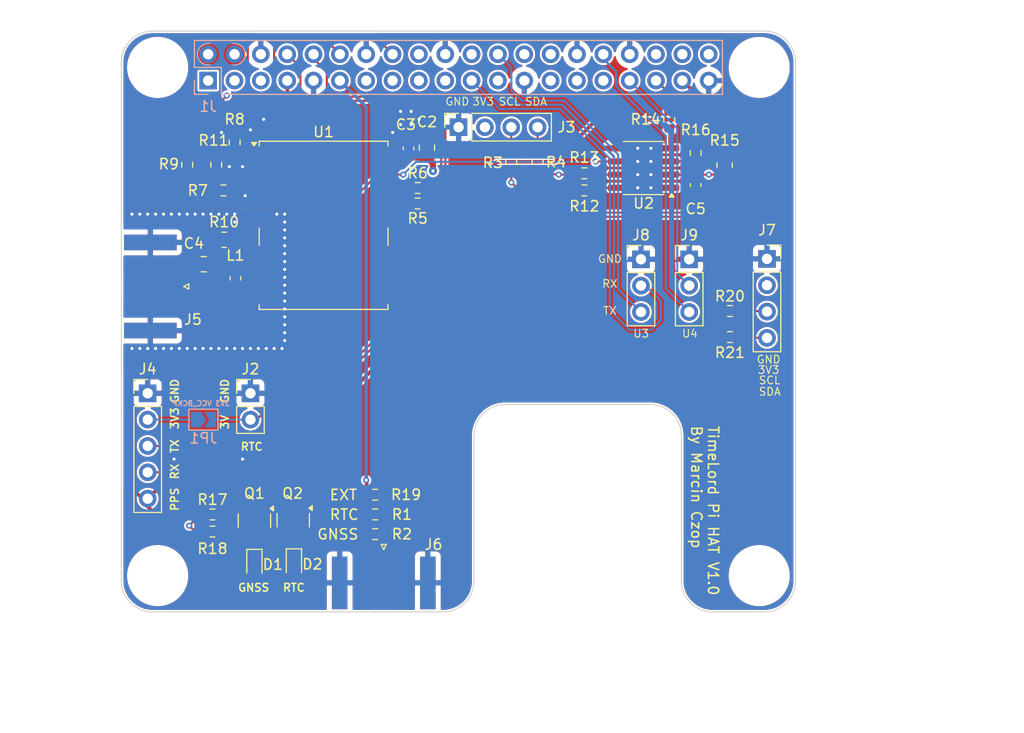
<source format=kicad_pcb>
(kicad_pcb (version 20241229) (generator "pcbnew") (generator_version "9.0")
  (title_block (date "15 nov 2012"))
  (layers (0 "F.Cu" signal) (4 "In1.Cu" signal) (6 "In2.Cu" signal) (2 "B.Cu" signal) (13 "F.Paste" user) (15 "B.Paste" user) (5 "F.SilkS" user "F.Silkscreen") (7 "B.SilkS" user "B.Silkscreen") (1 "F.Mask" user) (3 "B.Mask" user) (25 "Edge.Cuts" user))
  (net 0 "")
  (net 1 "GND")
  (net 2 "/GPIO27")
  (net 3 "/GPIO22")
  (net 4 "UART3_TX")
  (net 5 "UART4_RX")
  (net 6 "/GPIO25")
  (net 7 "UART0_RX")
  (net 8 "UART0_TX")
  (net 9 "/GPIO7")
  (net 10 "/ID_SDA")
  (net 11 "/ID_SCL")
  (net 12 "/GPIO5")
  (net 13 "/GPIO6")
  (net 14 "UART3_RX")
  (net 15 "UART4_TX")
  (net 16 "/GPIO16")
  (net 17 "/GPIO20{slash}PCM.DIN")
  (net 18 "/GPIO21{slash}PCM.DOUT")
  (net 19 "+5V")
  (net 20 "/GPIO10")
  (net 21 "+3.3V")
  (net 22 "/GPIO11")
  (net 23 "SCL")
  (net 24 "SDA")
  (net 25 "PPS")
  (net 26 "VCC_BCKP")
  (net 27 "RESET")
  (net 28 "SAFEBOOT")
  (net 29 "EXTINT")
  (net 30 "PPS_RTC")
  (net 31 "RTC_RESET")
  (net 32 "Net-(D1-K)")
  (net 33 "Net-(D2-K)")
  (net 34 "Net-(C4-Pad1)")
  (net 35 "Net-(J3-Pin_3)")
  (net 36 "Net-(J3-Pin_4)")
  (net 37 "RF")
  (net 38 "Net-(U1-TXD)")
  (net 39 "Net-(U1-RXD)")
  (net 40 "Net-(U1-EXTINT)")
  (net 41 "Net-(U1-SAFEBOOT_N)")
  (net 42 "Net-(U1-~{RESET})")
  (net 43 "Net-(U1-VCC_RF)")
  (net 44 "Net-(U1-TIMEPULSE)")
  (net 45 "Net-(U2-SCL)")
  (net 46 "Net-(U2-SDA)")
  (net 47 "Net-(U2-~{RST})")
  (net 48 "Net-(U2-~{INT}{slash}SQW)")
  (net 55 "Net-(D1-A)")
  (net 56 "Net-(D2-A)")
  (net 62 "Net-(J6-In)")
  (net 63 "PPS_EXT")
  (net 64 "Net-(J7-Pin_4)")
  (net 65 "Net-(J7-Pin_3)")
  (footprint "Connector_PinSocket_2.54mm:PinSocket_1x04_P2.54mm_Vertical" (layer "F.Cu") (at 132.512 53.264 90)
    (property "Reference" "J3")
    (property "Value" "OLED")
  )
  (footprint "Connector_PinHeader_2.54mm:PinHeader_1x03_P2.54mm_Vertical" (layer "F.Cu") (at 154.75 66)
    (property "Reference" "J9")
    (property "Value" "UART4")
  )
  (footprint "MountingHole:MountingHole_2.7mm_M2.5" (layer "F.Cu") (at 161.5 47.5)
    (property "Reference" "MH2" (hide yes))
    (property "Value" "MountingHole_2.7mm_M2.5" (hide yes))
  )
  (footprint "Resistor_SMD:R_0603_1608Metric" (layer "F.Cu") (at 108.7865 92.253)
    (property "Reference" "R18")
    (property "Value" "470")
  )
  (footprint "Resistor_SMD:R_0603_1608Metric" (layer "F.Cu") (at 140.132 56.629 -90)
    (property "Reference" "R4")
    (property "Value" "33")
  )
  (footprint "Resistor_SMD:R_0603_1608Metric" (layer "F.Cu") (at 158.675 73.5 180)
    (property "Reference" "R21")
    (property "Value" "33")
  )
  (footprint "Resistor_SMD:R_0603_1608Metric" (layer "F.Cu") (at 155.372 55.741 -90)
    (property "Reference" "R16")
    (property "Value" "33")
  )
  (footprint "Resistor_SMD:R_0603_1608Metric" (layer "F.Cu") (at 108.7865 90.602)
    (property "Reference" "R17")
    (property "Value" "470")
  )
  (footprint "Resistor_SMD:R_0603_1608Metric" (layer "F.Cu") (at 137.592 56.629 90)
    (property "Reference" "R3")
    (property "Value" "33")
  )
  (footprint "Connector_PinHeader_2.54mm:PinHeader_1x03_P2.54mm_Vertical" (layer "F.Cu") (at 150.1 66)
    (property "Reference" "J8")
    (property "Value" "UART3")
  )
  (footprint "Resistor_SMD:R_0603_1608Metric" (layer "F.Cu") (at 109.144 56.883 -90)
    (property "Reference" "R11")
    (property "Value" "33")
  )
  (footprint "Package_TO_SOT_SMD:SOT-23" (layer "F.Cu") (at 116.571 91.1585 -90)
    (property "Reference" "Q2")
    (property "Value" "BC846")
  )
  (footprint "RF_GPS:ublox_NEO" (layer "F.Cu") (at 119.496 62.724)
    (property "Reference" "U1")
    (property "Value" "NEO-F10T")
  )
  (footprint "Package_SO:SOIC-8_3.9x4.9mm_P1.27mm" (layer "F.Cu") (at 150.357 57.201 180)
    (property "Reference" "U2")
    (property "Value" "DS3232M")
  )
  (footprint "Resistor_SMD:R_0805_2012Metric" (layer "F.Cu") (at 158.166 56.9235 -90)
    (property "Reference" "R15")
    (property "Value" "10k")
  )
  (footprint "Resistor_SMD:R_0603_1608Metric" (layer "F.Cu") (at 124.475 90.6 180)
    (property "Reference" "R1")
    (property "Value" "0")
  )
  (footprint "Resistor_SMD:R_0603_1608Metric" (layer "F.Cu") (at 124.475 88.7 180)
    (property "Reference" "R19")
    (property "Value" "0")
  )
  (footprint "MountingHole:MountingHole_2.7mm_M2.5" (layer "F.Cu") (at 103.5 96.5)
    (property "Reference" "MH3" (hide yes))
    (property "Value" "MountingHole_2.7mm_M2.5" (hide yes))
  )
  (footprint "Capacitor_SMD:C_0603_1608Metric" (layer "F.Cu") (at 127.686 55.309 -90)
    (property "Reference" "C3")
    (property "Value" "1u")
  )
  (footprint "Capacitor_SMD:C_0805_2012Metric" (layer "F.Cu") (at 107.94 66.472 180)
    (property "Reference" "C4")
    (property "Value" "10n")
  )
  (footprint "Resistor_SMD:R_0603_1608Metric" (layer "F.Cu") (at 110.922 54.725 -90)
    (property "Reference" "R8")
    (property "Value" "33")
  )
  (footprint "Connector_PinHeader_2.54mm:PinHeader_1x02_P2.54mm_Vertical" (layer "F.Cu") (at 112.446 78.918)
    (property "Reference" "J2")
    (property "Value" "BCKP_PWR")
  )
  (footprint "MountingHole:MountingHole_2.7mm_M2.5" (layer "F.Cu") (at 103.5 47.5)
    (property "Reference" "MH1" (hide yes))
    (property "Value" "MountingHole_2.7mm_M2.5" (hide yes))
  )
  (footprint "Resistor_SMD:R_0603_1608Metric" (layer "F.Cu") (at 144.641 59.36)
    (property "Reference" "R12")
    (property "Value" "33")
  )
  (footprint "Connector_PinSocket_2.54mm:PinSocket_1x04_P2.54mm_Vertical" (layer "F.Cu") (at 162.25 65.96)
    (property "Reference" "J7")
    (property "Value" "I2C pinout")
  )
  (footprint "Connector_PinHeader_2.54mm:PinHeader_1x05_P2.54mm_Vertical" (layer "F.Cu") (at 102.54 78.918)
    (property "Reference" "J4")
    (property "Value" "EXTERNAL")
  )
  (footprint "Capacitor_SMD:C_0805_2012Metric" (layer "F.Cu") (at 129.464 55.23 -90)
    (property "Reference" "C2")
    (property "Value" "22u")
  )
  (footprint "Connector_Coaxial:SMA_Amphenol_132289_EdgeMount" (layer "F.Cu") (at 125.3 97.2 -90)
    (property "Reference" "J6")
    (property "Value" "SMA")
  )
  (footprint "Resistor_SMD:R_0603_1608Metric" (layer "F.Cu") (at 152.832 52.565 90)
    (property "Reference" "R14")
    (property "Value" "33")
  )
  (footprint "Inductor_SMD:L_0603_1608Metric" (layer "F.Cu") (at 110.996 67.8365 -90)
    (property "Reference" "L1")
    (property "Value" "47n")
  )
  (footprint "Resistor_SMD:R_0603_1608Metric" (layer "F.Cu") (at 124.475 92.5 180)
    (property "Reference" "R2")
    (property "Value" "0")
  )
  (footprint "Resistor_SMD:R_0603_1608Metric" (layer "F.Cu") (at 144.641 57.709 180)
    (property "Reference" "R13")
    (property "Value" "33")
  )
  (footprint "MountingHole:MountingHole_2.7mm_M2.5" (layer "F.Cu") (at 161.5 96.5)
    (property "Reference" "MH4" (hide yes))
    (property "Value" "MountingHole_2.7mm_M2.5" (hide yes))
  )
  (footprint "LED_SMD:LED_0603_1608Metric" (layer "F.Cu") (at 116.637 95.4025 -90)
    (property "Reference" "D2")
    (property "Value" "LED")
  )
  (footprint "Resistor_SMD:R_0603_1608Metric" (layer "F.Cu") (at 158.675 70.99)
    (property "Reference" "R20")
    (property "Value" "33")
  )
  (footprint "Package_TO_SOT_SMD:SOT-23" (layer "F.Cu") (at 112.827 91.1885 -90)
    (property "Reference" "Q1")
    (property "Value" "BC846")
  )
  (footprint "LED_SMD:LED_0603_1608Metric" (layer "F.Cu") (at 112.827 95.4535 -90)
    (property "Reference" "D1")
    (property "Value" "LED")
  )
  (footprint "Resistor_SMD:R_0603_1608Metric" (layer "F.Cu") (at 128.571 59.124)
    (property "Reference" "R6")
    (property "Value" "33")
  )
  (footprint "Resistor_SMD:R_0603_1608Metric" (layer "F.Cu") (at 128.571 60.624 180)
    (property "Reference" "R5")
    (property "Value" "33")
  )
  (footprint "Resistor_SMD:R_0805_2012Metric" (layer "F.Cu") (at 109.9085 64.124 180)
    (property "Reference" "R10")
    (property "Value" "10")
  )
  (footprint "Resistor_SMD:R_0603_1608Metric" (layer "F.Cu") (at 106.35 56.883 90)
    (property "Reference" "R9")
    (property "Value" "33")
  )
  (footprint "Connector_Coaxial:SMA_Amphenol_132289_EdgeMount" (layer "F.Cu") (at 102.794 68.624 180)
    (property "Reference" "J5")
    (property "Value" "SMA")
  )
  (footprint "Resistor_SMD:R_0603_1608Metric" (layer "F.Cu") (at 109.843 59.36)
    (property "Reference" "R7")
    (property "Value" "33")
  )
  (footprint "Capacitor_SMD:C_0603_1608Metric" (layer "F.Cu") (at 155.372 58.839 -90)
    (property "Reference" "C5")
    (property "Value" "1u")
  )
  (footprint "Connector_PinSocket_2.54mm:PinSocket_2x20_P2.54mm_Vertical" (layer "B.Cu") (at 108.37 48.77 -90)
    (property "Reference" "J1")
    (property "Value" "GPIO")
  )
  (footprint "Jumper:SolderJumper-2_P1.3mm_Open_TrianglePad1.0x1.5mm" (layer "B.Cu") (at 107.911 81.458)
    (property "Reference" "JP1")
    (property "Value" "VCC_BCPK_JMPR")
  )
  (gr_arc (start 162 44) (mid 164.12132 44.87868) (end 165 47) (stroke (width 0.1)) (layer "Edge.Cuts"))
  (gr_line (start 165 97) (end 165 47) (stroke (width 0.1)) (layer "Edge.Cuts"))
  (gr_line (start 100 47) (end 100 81) (stroke (width 0.1)) (layer "Edge.Cuts"))
  (gr_line (start 134 97) (end 134 83) (stroke (width 0.1)) (layer "Edge.Cuts"))
  (gr_arc (start 103 100) (mid 100.87868 99.12132) (end 100 97) (stroke (width 0.1)) (layer "Edge.Cuts"))
  (gr_line (start 103 100) (end 131 100) (stroke (width 0.1)) (layer "Edge.Cuts"))
  (gr_arc (start 134 83) (mid 134.87868 80.87868) (end 137 80) (stroke (width 0.1)) (layer "Edge.Cuts"))
  (gr_arc (start 134 97) (mid 133.12132 99.12132) (end 131 100) (stroke (width 0.1)) (layer "Edge.Cuts"))
  (gr_line (start 157 100) (end 162 100) (stroke (width 0.1)) (layer "Edge.Cuts"))
  (gr_arc (start 165 97) (mid 164.12132 99.12132) (end 162 100) (stroke (width 0.1)) (layer "Edge.Cuts"))
  (gr_arc (start 157 100) (mid 154.87868 99.12132) (end 154 97) (stroke (width 0.1)) (layer "Edge.Cuts"))
  (gr_arc (start 100 47) (mid 100.87868 44.87868) (end 103 44) (stroke (width 0.1)) (layer "Edge.Cuts"))
  (gr_line (start 137 80) (end 151 80) (stroke (width 0.1)) (layer "Edge.Cuts"))
  (gr_arc (start 151 80) (mid 153.12132 80.87868) (end 154 83) (stroke (width 0.1)) (layer "Edge.Cuts"))
  (gr_line (start 100 81) (end 100 97) (stroke (width 0.1)) (layer "Edge.Cuts"))
  (gr_line (start 154 97) (end 154 83) (stroke (width 0.1)) (layer "Edge.Cuts"))
  (gr_line (start 162 44) (end 103 44) (stroke (width 0.1)) (layer "Edge.Cuts"))
  (gr_text "GNSS" (at 111.176 98.095 0) (layer "F.SilkS") (effects (font (size 0.75 0.75) (thickness 0.15) (bold yes)) (justify left bottom)))
  (gr_text "GND" (at 145.9 66.4 0) (layer "F.SilkS") (effects (font (size 0.75 0.75) (thickness 0.1)) (justify left bottom)))
  (gr_text "U3" (at 149.3 73.6 0) (layer "F.SilkS") (effects (font (size 0.75 0.75) (thickness 0.1)) (justify left bottom)))
  (gr_text "RTC\n" (at 120 91.2 0) (layer "F.SilkS") (effects (font (size 1 1)) (justify left bottom)))
  (gr_text "3V" (at 110.414 82.474 90) (layer "F.SilkS") (effects (font (size 0.75 0.75) (thickness 0.15) (bold yes)) (justify left bottom)))
  (gr_text "RTC\n" (at 111.43 84.506 0) (layer "F.SilkS") (effects (font (size 0.75 0.75) (thickness 0.15) (bold yes)) (justify left bottom)))
  (gr_text "RTC" (at 115.494 98.095 0) (layer "F.SilkS") (effects (font (size 0.75 0.75) (thickness 0.15) (bold yes)) (justify left bottom)))
  (gr_text "GND" (at 131.182 51.232 0) (layer "F.SilkS") (effects (font (size 0.75 0.75) (thickness 0.1)) (justify left bottom)))
  (gr_text "GND" (at 161.2 76.1 0) (layer "F.SilkS") (effects (font (size 0.75 0.75) (thickness 0.1)) (justify left bottom)))
  (gr_text "GND" (at 105.588 79.934 90) (layer "F.SilkS") (effects (font (size 0.75 0.75) (thickness 0.15) (bold yes)) (justify left bottom)))
  (gr_text "TX\n" (at 146.4 71.4 0) (layer "F.SilkS") (effects (font (size 0.75 0.75) (thickness 0.1)) (justify left bottom)))
  (gr_text "EXT" (at 120 89.3 0) (layer "F.SilkS") (effects (font (size 1 1)) (justify left bottom)))
  (gr_text "GNSS\n" (at 118.8 93.1 0) (layer "F.SilkS") (effects (font (size 1 1)) (justify left bottom)))
  (gr_text "SCL" (at 161.4 78.1 0) (layer "F.SilkS") (effects (font (size 0.75 0.75) (thickness 0.1)) (justify left bottom)))
  (gr_text "PPS" (at 105.588 90.348 90) (layer "F.SilkS") (effects (font (size 0.75 0.75) (thickness 0.15) (bold yes)) (justify left bottom)))
  (gr_text "SCL" (at 136.322 51.232 0) (layer "F.SilkS") (effects (font (size 0.75 0.75) (thickness 0.1)) (justify left bottom)))
  (gr_text "RX\n" (at 146.3 68.8 0) (layer "F.SilkS") (effects (font (size 0.75 0.75) (thickness 0.1)) (justify left bottom)))
  (gr_text "3V3\n" (at 133.782 51.232 0) (layer "F.SilkS") (effects (font (size 0.75 0.75) (thickness 0.1)) (justify left bottom)))
  (gr_text "3V3\n" (at 161.3 77.1 0) (layer "F.SilkS") (effects (font (size 0.75 0.75) (thickness 0.1)) (justify left bottom)))
  (gr_text "U4\n" (at 154 73.6 0) (layer "F.SilkS") (effects (font (size 0.75 0.75) (thickness 0.1)) (justify left bottom)))
  (gr_text "GND" (at 110.414 79.934 90) (layer "F.SilkS") (effects (font (size 0.75 0.75) (thickness 0.15) (bold yes)) (justify left bottom)))
  (gr_text "SDA" (at 161.4 79.2 0) (layer "F.SilkS") (effects (font (size 0.75 0.75) (thickness 0.1)) (justify left bottom)))
  (gr_text "SDA" (at 138.862 51.232 0) (layer "F.SilkS") (effects (font (size 0.75 0.75) (thickness 0.1)) (justify left bottom)))
  (gr_text "TX\n" (at 105.588 84.76 90) (layer "F.SilkS") (effects (font (size 0.75 0.75) (thickness 0.15) (bold yes)) (justify left bottom)))
  (gr_text "TimeLord Pi HAT V1.0\nBy Marcin Czop" (at 154.864 81.966 270) (layer "F.SilkS") (effects (font (size 1 1)) (justify left bottom)))
  (gr_text "3V3" (at 105.588 82.474 90) (layer "F.SilkS") (effects (font (size 0.75 0.75) (thickness 0.15) (bold yes)) (justify left bottom)))
  (gr_text "RX\n" (at 105.588 87.3 90) (layer "F.SilkS") (effects (font (size 0.75 0.75) (thickness 0.15) (bold yes)) (justify left bottom)))
  (gr_text "3V3 VCC_BCKP" (at 104.826 80.188 0) (layer "B.SilkS") (effects (font (size 0.5 0.5) (thickness 0.1) (bold yes)) (justify right bottom mirror)))
  (via (at 114.986 61.646) (size 0.6) (drill 0.3) (layers "F.Cu" "B.Cu") (net 1))
  (via (at 126.924 51.74) (size 0.6) (drill 0.3) (layers "F.Cu" "B.Cu") (net 1))
  (via (at 109.398 61.646) (size 0.6) (drill 0.3) (layers "F.Cu" "B.Cu") (net 1))
  (via (at 128.702 52.502) (size 0.6) (drill 0.3) (layers "F.Cu" "B.Cu") (net 1))
  (via (at 110.414 57.074) (size 0.6) (drill 0.3) (layers "F.Cu" "B.Cu") (net 1))
  (via (at 111.684 74.6) (size 0.6) (drill 0.3) (layers "F.Cu" "B.Cu") (net 1))
  (via (at 111.684 85.268) (size 0.6) (drill 0.3) (layers "F.Cu" "B.Cu") (net 1))
  (via (at 151.054 57.836) (size 0.6) (drill 0.3) (layers "F.Cu" "B.Cu") (net 1))
  (via (at 115.748 72.314) (size 0.6) (drill 0.3) (layers "F.Cu" "B.Cu") (net 1))
  (via (at 101.016 74.6) (size 0.6) (drill 0.3) (layers "F.Cu" "B.Cu") (net 1))
  (via (at 109.398 74.6) (size 0.6) (drill 0.3) (layers "F.Cu" "B.Cu") (net 1))
  (via (at 104.826 74.6) (size 0.6) (drill 0.3) (layers "F.Cu" "B.Cu") (net 1))
  (via (at 102.54 61.646) (size 0.6) (drill 0.3) (layers "F.Cu" "B.Cu") (net 1))
  (via (at 115.748 70.79) (size 0.6) (drill 0.3) (layers "F.Cu" "B.Cu") (net 1))
  (via (at 115.748 73.838) (size 0.6) (drill 0.3) (layers "F.Cu" "B.Cu") (net 1))
  (via (at 115.748 66.218) (size 0.6) (drill 0.3) (layers "F.Cu" "B.Cu") (net 1))
  (via (at 151.054 56.566) (size 0.6) (drill 0.3) (layers "F.Cu" "B.Cu") (net 1))
  (via (at 106.35 61.646) (size 0.6) (drill 0.3) (layers "F.Cu" "B.Cu") (net 1))
  (via (at 112.446 53.518) (size 0.6) (drill 0.3) (layers "F.Cu" "B.Cu") (net 1))
  (via (at 115.748 61.646) (size 0.6) (drill 0.3) (layers "F.Cu" "B.Cu") (net 1))
  (via (at 151.054 59.106) (size 0.6) (drill 0.3) (layers "F.Cu" "B.Cu") (net 1))
  (via (at 105.08 85.268) (size 0.6) (drill 0.3) (layers "F.Cu" "B.Cu") (net 1))
  (via (at 115.748 63.17) (size 0.6) (drill 0.3) (layers "F.Cu" "B.Cu") (net 1))
  (via (at 115.494 74.6) (size 0.6) (drill 0.3) (layers "F.Cu" "B.Cu") (net 1))
  (via (at 105.588 74.6) (size 0.6) (drill 0.3) (layers "F.Cu" "B.Cu") (net 1))
  (via (at 101.778 74.6) (size 0.6) (drill 0.3) (layers "F.Cu" "B.Cu") (net 1))
  (via (at 115.748 70.028) (size 0.6) (drill 0.3) (layers "F.Cu" "B.Cu") (net 1))
  (via (at 149.784 56.566) (size 0.6) (drill 0.3) (layers "F.Cu" "B.Cu") (net 1))
  (via (at 115.748 64.694) (size 0.6) (drill 0.3) (layers "F.Cu" "B.Cu") (net 1))
  (via (at 115.748 67.742) (size 0.6) (drill 0.3) (layers "F.Cu" "B.Cu") (net 1))
  (via (at 108.636 61.646) (size 0.6) (drill 0.3) (layers "F.Cu" "B.Cu") (net 1))
  (via (at 112.446 74.6) (size 0.6) (drill 0.3) (layers "F.Cu" "B.Cu") (net 1))
  (via (at 110.16 74.6) (size 0.6) (drill 0.3) (layers "F.Cu" "B.Cu") (net 1))
  (via (at 104.064 74.6) (size 0.6) (drill 0.3) (layers "F.Cu" "B.Cu") (net 1))
  (via (at 106.35 74.6) (size 0.6) (drill 0.3) (layers "F.Cu" "B.Cu") (net 1))
  (via (at 111.938 59.868) (size 0.6) (drill 0.3) (layers "F.Cu" "B.Cu") (net 1))
  (via (at 104.064 61.646) (size 0.6) (drill 0.3) (layers "F.Cu" "B.Cu") (net 1))
  (via (at 114.732 74.6) (size 0.6) (drill 0.3) (layers "F.Cu" "B.Cu") (net 1))
  (via (at 109.652 53.772) (size 0.6) (drill 0.3) (layers "F.Cu" "B.Cu") (net 1))
  (via (at 102.54 74.6) (size 0.6) (drill 0.3) (layers "F.Cu" "B.Cu") (net 1))
  (via (at 115.748 66.98) (size 0.6) (drill 0.3) (layers "F.Cu" "B.Cu") (net 1))
  (via (at 149.784 55.296) (size 0.6) (drill 0.3) (layers "F.Cu" "B.Cu") (net 1))
  (via (at 111.684 57.074) (size 0.6) (drill 0.3) (layers "F.Cu" "B.Cu") (net 1))
  (via (at 115.748 71.552) (size 0.6) (drill 0.3) (layers "F.Cu" "B.Cu") (net 1))
  (via (at 105.588 61.646) (size 0.6) (drill 0.3) (layers "F.Cu" "B.Cu") (net 1))
  (via (at 110.922 62.408) (size 0.6) (drill 0.3) (layers "F.Cu" "B.Cu") (net 1))
  (via (at 107.112 61.646) (size 0.6) (drill 0.3) (layers "F.Cu" "B.Cu") (net 1))
  (via (at 110.16 61.646) (size 0.6) (drill 0.3) (layers "F.Cu" "B.Cu") (net 1))
  (via (at 126.924 53.01) (size 0.6) (drill 0.3) (layers "F.Cu" "B.Cu") (net 1))
  (via (at 149.784 57.836) (size 0.6) (drill 0.3) (layers "F.Cu" "B.Cu") (net 1))
  (via (at 115.748 73.076) (size 0.6) (drill 0.3) (layers "F.Cu" "B.Cu") (net 1))
  (via (at 107.874 61.646) (size 0.6) (drill 0.3) (layers "F.Cu" "B.Cu") (net 1))
  (via (at 101.778 61.646) (size 0.6) (drill 0.3) (layers "F.Cu" "B.Cu") (net 1))
  (via (at 115.748 65.456) (size 0.6) (drill 0.3) (layers "F.Cu" "B.Cu") (net 1))
  (via (at 104.826 61.646) (size 0.6) (drill 0.3) (layers "F.Cu" "B.Cu") (net 1))
  (via (at 110.922 74.6) (size 0.6) (drill 0.3) (layers "F.Cu" "B.Cu") (net 1))
  (via (at 115.748 62.408) (size 0.6) (drill 0.3) (layers "F.Cu" "B.Cu") (net 1))
  (via (at 107.112 74.6) (size 0.6) (drill 0.3) (layers "F.Cu" "B.Cu") (net 1))
  (via (at 101.016 61.646) (size 0.6) (drill 0.3) (layers "F.Cu" "B.Cu") (net 1))
  (via (at 110.922 61.646) (size 0.6) (drill 0.3) (layers "F.Cu" "B.Cu") (net 1))
  (via (at 149.784 59.106) (size 0.6) (drill 0.3) (layers "F.Cu" "B.Cu") (net 1))
  (via (at 107.874 74.6) (size 0.6) (drill 0.3) (layers "F.Cu" "B.Cu") (net 1))
  (via (at 103.302 74.6) (size 0.6) (drill 0.3) (layers "F.Cu" "B.Cu") (net 1))
  (via (at 127.94 51.74) (size 0.6) (drill 0.3) (layers "F.Cu" "B.Cu") (net 1))
  (via (at 151.054 55.296) (size 0.6) (drill 0.3) (layers "F.Cu" "B.Cu") (net 1))
  (via (at 115.748 68.504) (size 0.6) (drill 0.3) (layers "F.Cu" "B.Cu") (net 1))
  (via (at 126.162 53.772) (size 0.6) (drill 0.3) (layers "F.Cu" "B.Cu") (net 1))
  (via (at 103.302 61.646) (size 0.6) (drill 0.3) (layers "F.Cu" "B.Cu") (net 1))
  (via (at 115.748 63.932) (size 0.6) (drill 0.3) (layers "F.Cu" "B.Cu") (net 1))
  (via (at 127.94 53.01) (size 0.6) (drill 0.3) (layers "F.Cu" "B.Cu") (net 1))
  (via (at 113.97 74.6) (size 0.6) (drill 0.3) (layers "F.Cu" "B.Cu") (net 1))
  (via (at 113.208 74.6) (size 0.6) (drill 0.3) (layers "F.Cu" "B.Cu") (net 1))
  (via (at 115.748 69.266) (size 0.6) (drill 0.3) (layers "F.Cu" "B.Cu") (net 1))
  (via (at 113.716 52.502) (size 0.6) (drill 0.3) (layers "F.Cu" "B.Cu") (net 1))
  (via (at 108.636 74.6) (size 0.6) (drill 0.3) (layers "F.Cu" "B.Cu") (net 1))
  (segment (start 137.6 49.7) (end 137.6 47.52) (width 0.2) (layer "B.Cu") (net 4))
  (segment (start 137.6 47.52) (end 136.31 46.23) (width 0.2) (layer "B.Cu") (net 4))
  (segment (start 147.9 68.88) (end 147.9 55.9) (width 0.2) (layer "B.Cu") (net 4))
  (segment (start 138.6 50.7) (end 137.6 49.7) (width 0.2) (layer "B.Cu") (net 4))
  (segment (start 142.7 50.7) (end 138.6 50.7) (width 0.2) (layer "B.Cu") (net 4))
  (segment (start 150.1 71.08) (end 147.9 68.88) (width 0.2) (layer "B.Cu") (net 4))
  (segment (start 147.9 55.9) (end 142.7 50.7) (width 0.2) (layer "B.Cu") (net 4))
  (segment (start 153.599 53.399) (end 149.01 48.81) (width 0.2) (layer "B.Cu") (net 5))
  (segment (start 153.599 67.389) (end 153.599 53.399) (width 0.2) (layer "B.Cu") (net 5))
  (segment (start 149.01 48.81) (end 149.01 48.77) (width 0.2) (layer "B.Cu") (net 5))
  (segment (start 154.75 68.54) (end 153.599 67.389) (width 0.2) (layer "B.Cu") (net 5))
  (segment (start 131.242 58.778) (end 131.242 53.264) (width 0.2) (layer "F.Cu") (net 7))
  (segment (start 128.8611 69.8689) (end 128.956 69.774) (width 0.2) (layer "F.Cu") (net 7))
  (segment (start 128.301 50.323) (end 120.681 50.323) (width 0.2) (layer "F.Cu") (net 7))
  (segment (start 119.812 47.93) (end 118.656 46.774) (width 0.2) (layer "F.Cu") (net 7))
  (segment (start 114.5659 84.1641) (end 128.8611 69.8689) (width 0.2) (layer "F.Cu") (net 7))
  (segment (start 129.096 60.924) (end 129.396 60.624) (width 0.2) (layer "F.Cu") (net 7))
  (segment (start 102.54 86.538) (end 112.192 86.538) (width 0.2) (layer "F.Cu") (net 7))
  (segment (start 112.192 86.538) (end 114.331 84.399) (width 0.2) (layer "F.Cu") (net 7))
  (segment (start 119.812 49.454) (end 119.812 47.93) (width 0.2) (layer "F.Cu") (net 7))
  (segment (start 129.396 60.624) (end 131.242 58.778) (width 0.2) (layer "F.Cu") (net 7))
  (segment (start 128.956 69.774) (end 129.096 69.634) (width 0.2) (layer "F.Cu") (net 7))
  (segment (start 131.242 53.264) (end 128.301 50.323) (width 0.2) (layer "F.Cu") (net 7))
  (segment (start 120.681 50.323) (end 119.812 49.454) (width 0.2) (layer "F.Cu") (net 7))
  (segment (start 129.096 69.3018) (end 129.096 60.924) (width 0.2) (layer "F.Cu") (net 7))
  (segment (start 129.096 69.634) (end 129.096 69.3018) (width 0.2) (layer "F.Cu") (net 7))
  (segment (start 114.331 84.399) (end 114.5659 84.1641) (width 0.2) (layer "F.Cu") (net 7))
  (segment (start 118.656 46.774) (end 118.656 46.334) (width 0.2) (layer "F.Cu") (net 7))
  (segment (start 129.396 59.124) (end 130.841 57.679) (width 0.2) (layer "F.Cu") (net 8))
  (segment (start 118.288 50.724) (end 117.267 49.703) (width 0.2) (layer "F.Cu") (net 8))
  (segment (start 130.841 57.679) (end 130.841 53.4301) (width 0.2) (layer "F.Cu") (net 8))
  (segment (start 128.695 59.825) (end 129.396 59.124) (width 0.2) (layer "F.Cu") (net 8))
  (segment (start 114.1649 83.998) (end 128.695 69.4679) (width 0.2) (layer "F.Cu") (net 8))
  (segment (start 128.695 69.4679) (end 128.695 59.825) (width 0.2) (layer "F.Cu") (net 8))
  (segment (start 102.54 83.998) (end 114.1649 83.998) (width 0.2) (layer "F.Cu") (net 8))
  (segment (start 117.267 47.485) (end 116.116 46.334) (width 0.2) (layer "F.Cu") (net 8))
  (segment (start 128.1349 50.724) (end 118.288 50.724) (width 0.2) (layer "F.Cu") (net 8))
  (segment (start 130.841 53.4301) (end 128.1349 50.724) (width 0.2) (layer "F.Cu") (net 8))
  (segment (start 117.267 49.703) (end 117.267 47.485) (width 0.2) (layer "F.Cu") (net 8))
  (segment (start 151.1 72.8) (end 149 72.8) (width 0.2) (layer "B.Cu") (net 14))
  (segment (start 136.5 51.5) (end 133.77 48.77) (width 0.2) (layer "B.Cu") (net 14))
  (segment (start 150.1 68.54) (end 150.54 68.54) (width 0.2) (layer "B.Cu") (net 14))
  (segment (start 142.3 51.5) (end 136.5 51.5) (width 0.2) (layer "B.Cu") (net 14))
  (segment (start 147.1 56.3) (end 142.3 51.5) (width 0.2) (layer "B.Cu") (net 14))
  (segment (start 149 72.8) (end 147.1 70.9) (width 0.2) (layer "B.Cu") (net 14))
  (segment (start 152 71.9) (end 151.1 72.8) (width 0.2) (layer "B.Cu") (net 14))
  (segment (start 152 70) (end 152 71.9) (width 0.2) (layer "B.Cu") (net 14))
  (segment (start 147.1 70.9) (end 147.1 56.3) (width 0.2) (layer "B.Cu") (net 14))
  (segment (start 150.54 68.54) (end 152 70) (width 0.2) (layer "B.Cu") (net 14))
  (segment (start 152.5 54.1) (end 147.7 49.3) (width 0.2) (layer "B.Cu") (net 15))
  (segment (start 152.5 68.83) (end 152.5 54.1) (width 0.2) (layer "B.Cu") (net 15))
  (segment (start 154.75 71.08) (end 152.5 68.83) (width 0.2) (layer "B.Cu") (net 15))
  (segment (start 147.7 47.9) (end 146.47 46.67) (width 0.2) (layer "B.Cu") (net 15))
  (segment (start 147.7 49.3) (end 147.7 47.9) (width 0.2) (layer "B.Cu") (net 15))
  (segment (start 146.47 46.67) (end 146.47 46.23) (width 0.2) (layer "B.Cu") (net 15))
  (segment (start 110.91 46.23) (end 108.37 46.23) (width 2) (layer "F.Cu") (net 19))
  (segment (start 106.5405 91.6815) (end 107.112 92.253) (width 0.2) (layer "F.Cu") (net 21))
  (segment (start 107.62 90.602) (end 107.9615 90.602) (width 0.2) (layer "F.Cu") (net 21))
  (segment (start 127.782 56.18) (end 127.686 56.084) (width 0.2) (layer "F.Cu") (net 21))
  (segment (start 126.946 56.824) (end 125.496 56.824) (width 0.6) (layer "F.Cu") (net 21))
  (segment (start 125.5 56.82) (end 125.496 56.824) (width 0.2) (layer "F.Cu") (net 21))
  (segment (start 106.5405 91.6815) (end 107.62 90.602) (width 0.2) (layer "F.Cu") (net 21))
  (segment (start 156.642 57.836) (end 152.832 57.836) (width 0.2) (layer "F.Cu") (net 21))
  (segment (start 130.044525 56.760525) (end 129.464 56.18) (width 0.6) (layer "F.Cu") (net 21))
  (segment (start 130.044525 57.485525) (end 130.044525 56.760525) (width 0.6) (layer "F.Cu") (net 21))
  (segment (start 127.686 56.084) (end 126.946 56.824) (width 0.6) (layer "F.Cu") (net 21))
  (segment (start 107.112 92.253) (end 107.9615 92.253) (width 0.2) (layer "F.Cu") (net 21))
  (segment (start 129.464 56.18) (end 127.782 56.18) (width 0.6) (layer "F.Cu") (net 21))
  (segment (start 156.642 57.836) (end 158.166 57.836) (width 0.2) (layer "F.Cu") (net 21))
  (via (at 106.5405 91.6815) (size 0.6) (drill 0.3) (layers "F.Cu" "B.Cu") (net 21))
  (via (at 156.642 57.836) (size 0.6) (drill 0.3) (layers "F.Cu" "B.Cu") (net 21))
  (via (at 130.044525 57.485525) (size 0.8) (drill 0.3) (layers "F.Cu" "B.Cu") (net 21))
  (segment (start 107.186 81.458) (end 102.54 81.458) (width 0.2) (layer "B.Cu") (net 21))
  (segment (start 137.6 57.462) (end 137.592 57.454) (width 0.2) (layer "F.Cu") (net 23))
  (segment (start 145.901 61.901) (end 143.816 59.816) (width 0.2) (layer "F.Cu") (net 23))
  (segment (start 154.2339 61.901) (end 145.901 61.901) (width 0.2) (layer "F.Cu") (net 23))
  (segment (start 143.816 59.816) (end 143.816 59.36) (width 0.2) (layer "F.Cu") (net 23))
  (segment (start 157.85 65.5171) (end 154.2339 61.901) (width 0.2) (layer "F.Cu") (net 23))
  (segment (start 137.6 58.598) (end 138.362 59.36) (width 0.2) (layer "F.Cu") (net 23))
  (segment (start 157.85 70.99) (end 157.85 65.5171) (width 0.2) (layer "F.Cu") (net 23))
  (segment (start 138.362 59.36) (end 143.816 59.36) (width 0.2) (layer "F.Cu") (net 23))
  (segment (start 137.6 58.598) (end 137.6 57.462) (width 0.2) (layer "F.Cu") (net 23))
  (via (at 137.6 58.598) (size 0.6) (drill 0.3) (layers "F.Cu" "B.Cu") (net 23))
  (segment (start 144.6 58.493) (end 143.816 57.709) (width 0.2) (layer "F.Cu") (net 24))
  (segment (start 142.164 57.836) (end 143.816 57.836) (width 0.2) (layer "F.Cu") (net 24))
  (segment (start 146.1 61.5) (end 144.6 60) (width 0.2) (layer "F.Cu") (net 24))
  (segment (start 154.4 61.5) (end 146.1 61.5) (width 0.2) (layer "F.Cu") (net 24))
  (segment (start 144.6 60) (end 144.6 58.493) (width 0.2) (layer "F.Cu") (net 24))
  (segment (start 142.164 57.836) (end 141.91 57.836) (width 0.2) (layer "F.Cu") (net 24))
  (segment (start 158.7 65.8) (end 154.4 61.5) (width 0.2) (layer "F.Cu") (net 24))
  (segment (start 141.91 57.836) (end 141.874 57.8) (width 0.2) (layer "F.Cu") (net 24))
  (segment (start 140.278 57.6) (end 140.132 57.454) (width 0.2) (layer "F.Cu") (net 24))
  (segment (start 158.7 72.65) (end 158.7 65.8) (width 0.2) (layer "F.Cu") (net 24))
  (segment (start 157.85 73.5) (end 158.7 72.65) (width 0.2) (layer "F.Cu") (net 24))
  (segment (start 140.9 57.8) (end 140.7 57.6) (width 0.2) (layer "F.Cu") (net 24))
  (segment (start 140.7 57.6) (end 140.278 57.6) (width 0.2) (layer "F.Cu") (net 24))
  (segment (start 141.874 57.8) (end 140.9 57.8) (width 0.2) (layer "F.Cu") (net 24))
  (via (at 142.164 57.836) (size 0.6) (drill 0.3) (layers "F.Cu" "B.Cu") (net 24))
  (segment (start 118.6 96.55) (end 116.35 98.8) (width 0.3493) (layer "F.Cu") (net 25))
  (segment (start 117.8 56.45) (end 116.1 54.75) (width 0.3493) (layer "F.Cu") (net 25))
  (segment (start 109.144 56.058) (end 109.144 55.956) (width 0.3493) (layer "F.Cu") (net 25))
  (segment (start 100.5 77.3) (end 101.6 76.2) (width 0.3493) (layer "F.Cu") (net 25))
  (segment (start 111.5 98.8) (end 102.54 89.84) (width 0.3493) (layer "F.Cu") (net 25))
  (segment (start 102.028 89.078) (end 100.5 87.55) (width 0.3493) (layer "F.Cu") (net 25))
  (segment (start 102.54 89.84) (end 102.54 89.078) (width 0.3493) (layer "F.Cu") (net 25))
  (segment (start 116 53.654) (end 114.904 54.75) (width 0.3493) (layer "F.Cu") (net 25))
  (segment (start 117.8 74.7) (end 117.8 56.45) (width 0.3493) (layer "F.Cu") (net 25))
  (segment (start 116.012 48.77) (end 115.99 48.77) (width 0.2) (layer "F.Cu") (net 25))
  (segment (start 120.4 92.5) (end 118.6 94.3) (width 0.3493) (layer "F.Cu") (net 25))
  (segment (start 113.777 89.677) (end 113.777 90.251) (width 0.3493) (layer "F.Cu") (net 25))
  (segment (start 116.116 48.874) (end 116.012 48.77) (width 0.2) (layer "F.Cu") (net 25))
  (segment (start 109.144 55.956) (end 110.35 54.75) (width 0.3493) (layer "F.Cu") (net 25))
  (segment (start 102.54 89.078) (end 103.268 88.35) (width 0.3493) (layer "F.Cu") (net 25))
  (segment (start 112.45 88.35) (end 113.777 89.677) (width 0.3493) (layer "F.Cu") (net 25))
  (segment (start 118.6 94.3) (end 118.6 96.55) (width 0.3493) (layer "F.Cu") (net 25))
  (segment (start 102.54 89.078) (end 102.028 89.078) (width 0.3493) (layer "F.Cu") (net 25))
  (segment (start 110.35 54.75) (end 114.904 54.75) (width 0.3493) (layer "F.Cu") (net 25))
  (segment (start 116 48.78) (end 116 53.654) (width 0.3493) (layer "F.Cu") (net 25))
  (segment (start 115.99 48.77) (end 116 48.78) (width 0.2) (layer "F.Cu") (net 25))
  (segment (start 116.1 54.75) (end 114.904 54.75) (width 0.3493) (layer "F.Cu") (net 25))
  (segment (start 123.65 92.5) (end 120.4 92.5) (width 0.3493) (layer "F.Cu") (net 25))
  (segment (start 103.268 88.35) (end 112.45 88.35) (width 0.3493) (layer "F.Cu") (net 25))
  (segment (start 116.35 98.8) (end 111.5 98.8) (width 0.3493) (layer "F.Cu") (net 25))
  (segment (start 100.5 87.55) (end 100.5 77.3) (width 0.3493) (layer "F.Cu") (net 25))
  (segment (start 116.3 76.2) (end 117.8 74.7) (width 0.3493) (layer "F.Cu") (net 25))
  (segment (start 101.6 76.2) (end 116.3 76.2) (width 0.3493) (layer "F.Cu") (net 25))
  (segment (start 119.4 75.1) (end 119.4 63.12) (width 0.2) (layer "F.Cu") (net 26))
  (segment (start 125.584 57.836) (end 125.496 57.924) (width 0.2) (layer "F.Cu") (net 26))
  (segment (start 145.72 56.566) (end 147.882 56.566) (width 0.2) (layer "F.Cu") (net 26))
  (segment (start 127.178 57.836) (end 125.584 57.836) (width 0.2) (layer "F.Cu") (net 26))
  (segment (start 119.4 63.12) (end 124.596 57.924) (width 0.2) (layer "F.Cu") (net 26))
  (segment (start 112.446 81.458) (end 113.042 81.458) (width 0.2) (layer "F.Cu") (net 26))
  (segment (start 113.042 81.458) (end 119.4 75.1) (width 0.2) (layer "F.Cu") (net 26))
  (segment (start 124.596 57.924) (end 125.496 57.924) (width 0.2) (layer "F.Cu") (net 26))
  (via (at 127.178 57.836) (size 0.6) (drill 0.3) (layers "F.Cu" "B.Cu") (net 26))
  (via (at 145.72 56.566) (size 0.6) (drill 0.3) (layers "F.Cu" "B.Cu") (net 26))
  (segment (start 108.636 81.458) (end 112.446 81.458) (width 0.2) (layer "B.Cu") (net 26))
  (segment (start 145.686 56.6) (end 145.72 56.566) (width 0.2) (layer "B.Cu") (net 26))
  (segment (start 127.178 57.836) (end 128.414 56.6) (width 0.2) (layer "B.Cu") (net 26))
  (segment (start 128.414 56.6) (end 145.686 56.6) (width 0.2) (layer "B.Cu") (net 26))
  (segment (start 106.35 54.026) (end 106.35 56.058) (width 0.2) (layer "F.Cu") (net 27))
  (segment (start 110.16 50.216) (end 106.35 54.026) (width 0.2) (layer "F.Cu") (net 27))
  (via (at 110.16 50.216) (size 0.6) (drill 0.3) (layers "F.Cu" "B.Cu") (net 27))
  (segment (start 115.494 44.882) (end 114.727 45.649) (width 0.2) (layer "F.Cu") (net 28))
  (segment (start 121.196 46.334) (end 119.744 44.882) (width 0.2) (layer "F.Cu") (net 28))
  (segment (start 110.922 53.264) (end 110.922 53.9) (width 0.2) (layer "F.Cu") (net 28))
  (segment (start 119.744 44.882) (end 115.494 44.882) (width 0.2) (layer "F.Cu") (net 28))
  (segment (start 114.727 45.649) (end 114.727 49.459) (width 0.2) (layer "F.Cu") (net 28))
  (segment (start 114.727 49.459) (end 110.922 53.264) (width 0.2) (layer "F.Cu") (net 28))
  (segment (start 113.208 44.374) (end 124.316 44.374) (width 0.2) (layer "F.Cu") (net 29))
  (segment (start 124.316 44.374) (end 126.276 46.334) (width 0.2) (layer "F.Cu") (net 29))
  (segment (start 112.192 45.39) (end 113.208 44.374) (width 0.2) (layer "F.Cu") (net 29))
  (segment (start 109.018 59.36) (end 108.827 59.36) (width 0.2) (layer "F.Cu") (net 29))
  (segment (start 112.192 49.962) (end 112.192 45.39) (width 0.2) (layer "F.Cu") (net 29))
  (segment (start 107.62 58.153) (end 107.62 54.534) (width 0.2) (layer "F.Cu") (net 29))
  (segment (start 107.62 54.534) (end 112.192 49.962) (width 0.2) (layer "F.Cu") (net 29))
  (segment (start 108.827 59.36) (end 107.62 58.153) (width 0.2) (layer "F.Cu") (net 29))
  (segment (start 155.372 54.153) (end 155.372 54.916) (width 0.2) (layer "F.Cu") (net 30))
  (segment (start 155.372 50.03) (end 154.216 48.874) (width 0.3493) (layer "F.Cu") (net 30))
  (segment (start 117.521 83.329) (end 130.95 69.9) (width 0.3493) (layer "F.Cu") (net 30))
  (segment (start 153.769 52.55) (end 155.372 54.153) (width 0.3493) (layer "F.Cu") (net 30))
  (segment (start 145.799 52.55) (end 153.769 52.55) (width 0.3493) (layer "F.Cu") (net 30))
  (segment (start 123.65 90.6) (end 117.9 90.6) (width 0.3493) (layer "F.Cu") (net 30))
  (segment (start 130.95 69.9) (end 130.95 61.9) (width 0.3493) (layer "F.Cu") (net 30))
  (segment (start 155.372 54.916) (end 155.372 50.03) (width 0.3493) (layer "F.Cu") (net 30))
  (segment (start 130.95 61.9) (end 136.25 56.6) (width 0.3493) (layer "F.Cu") (net 30))
  (segment (start 136.25 56.6) (end 141.749 56.6) (width 0.3493) (layer "F.Cu") (net 30))
  (segment (start 117.521 90.221) (end 117.521 83.329) (width 0.3493) (layer "F.Cu") (net 30))
  (segment (start 141.749 56.6) (end 145.799 52.55) (width 0.3493) (layer "F.Cu") (net 30))
  (segment (start 117.9 90.6) (end 117.521 90.221) (width 0.3493) (layer "F.Cu") (net 30))
  (segment (start 152.832 51.74) (end 152.832 50.03) (width 0.2) (layer "F.Cu") (net 31))
  (segment (start 152.832 50.03) (end 151.676 48.874) (width 0.2) (layer "F.Cu") (net 31))
  (segment (start 112.827 94.666) (end 112.827 92.126) (width 0.2) (layer "F.Cu") (net 32))
  (segment (start 116.571 94.554) (end 116.51 94.615) (width 0.2) (layer "F.Cu") (net 33))
  (segment (start 116.571 92.096) (end 116.571 94.554) (width 0.2) (layer "F.Cu") (net 33))
  (segment (start 108.996 64.124) (end 108.996 66.366) (width 0.2) (layer "F.Cu") (net 34))
  (segment (start 108.89 66.472) (end 109.467 67.049) (width 0.2) (layer "F.Cu") (net 34))
  (segment (start 108.996 66.366) (end 108.89 66.472) (width 0.2) (layer "F.Cu") (net 34))
  (segment (start 109.467 67.049) (end 110.996 67.049) (width 0.2) (layer "F.Cu") (net 34))
  (segment (start 137.592 53.264) (end 137.592 55.804) (width 0.2) (layer "F.Cu") (net 35))
  (segment (start 140.132 55.804) (end 140.132 53.264) (width 0.2) (layer "F.Cu") (net 36))
  (segment (start 113.496 68.624) (end 110.996 68.624) (width 0.3493) (layer "F.Cu") (net 37))
  (segment (start 110.996 68.624) (end 102.794 68.624) (width 0.3493) (layer "F.Cu") (net 37))
  (segment (start 127.246 60.124) (end 127.746 60.624) (width 0.2) (layer "F.Cu") (net 38))
  (segment (start 125.496 60.124) (end 127.246 60.124) (width 0.2) (layer "F.Cu") (net 38))
  (segment (start 127.746 59.124) (end 125.596 59.124) (width 0.2) (layer "F.Cu") (net 39))
  (segment (start 125.596 59.124) (end 125.496 59.024) (width 0.2) (layer "F.Cu") (net 39))
  (segment (start 111.004 59.024) (end 110.668 59.36) (width 0.2) (layer "F.Cu") (net 40))
  (segment (start 113.496 59.024) (end 111.004 59.024) (width 0.2) (layer "F.Cu") (net 40))
  (segment (start 113.496 55.724) (end 111.096 55.724) (width 0.2) (layer "F.Cu") (net 41))
  (segment (start 111.096 55.724) (end 110.922 55.55) (width 0.2) (layer "F.Cu") (net 41))
  (segment (start 106.35 59.36) (end 106.35 57.708) (width 0.2) (layer "F.Cu") (net 42))
  (segment (start 107.62 60.63) (end 106.35 59.36) (width 0.2) (layer "F.Cu") (net 42))
  (segment (start 111.684 62.358971) (end 111.684 60.884) (width 0.2) (layer "F.Cu") (net 42))
  (segment (start 111.684 60.884) (end 111.43 60.63) (width 0.2) (layer "F.Cu") (net 42))
  (segment (start 111.43 60.63) (end 107.62 60.63) (width 0.2) (layer "F.Cu") (net 42))
  (segment (start 113.496 65.324) (end 113.496 64.170971) (width 0.2) (layer "F.Cu") (net 42))
  (segment (start 113.496 64.170971) (end 111.684 62.358971) (width 0.2) (layer "F.Cu") (net 42))
  (segment (start 112.144 66.424) (end 110.821 65.101) (width 0.2) (layer "F.Cu") (net 43))
  (segment (start 113.496 66.424) (end 112.144 66.424) (width 0.2) (layer "F.Cu") (net 43))
  (segment (start 110.821 65.101) (end 110.821 64.124) (width 0.2) (layer "F.Cu") (net 43))
  (segment (start 113.472 57.9) (end 109.336 57.9) (width 0.3493) (layer "F.Cu") (net 44))
  (segment (start 109.336 57.9) (end 109.144 57.708) (width 0.3493) (layer "F.Cu") (net 44))
  (segment (start 113.496 57.924) (end 113.472 57.9) (width 0.3493) (layer "F.Cu") (net 44))
  (segment (start 147.882 59.106) (end 145.72 59.106) (width 0.2) (layer "F.Cu") (net 45))
  (segment (start 145.72 59.106) (end 145.466 59.36) (width 0.2) (layer "F.Cu") (net 45))
  (segment (start 147.882 57.836) (end 145.466 57.836) (width 0.2) (layer "F.Cu") (net 46))
  (segment (start 152.832 55.296) (end 152.832 53.39) (width 0.2) (layer "F.Cu") (net 47))
  (segment (start 158.166 56.011) (end 157.865 56.312) (width 0.2) (layer "F.Cu") (net 48))
  (segment (start 155.626 56.312) (end 155.372 56.566) (width 0.2) (layer "F.Cu") (net 48))
  (segment (start 152.832 56.566) (end 155.372 56.566) (width 0.2) (layer "F.Cu") (net 48))
  (segment (start 157.865 56.312) (end 155.626 56.312) (width 0.2) (layer "F.Cu") (net 48))
  (segment (start 109.6115 90.602) (end 109.906 90.602) (width 0.2) (layer "F.Cu") (net 55))
  (segment (start 110.922 94.336) (end 112.827 96.241) (width 0.2) (layer "F.Cu") (net 55))
  (segment (start 110.922 91.618) (end 110.922 94.336) (width 0.2) (layer "F.Cu") (net 55))
  (segment (start 109.906 90.602) (end 110.922 91.618) (width 0.2) (layer "F.Cu") (net 55))
  (segment (start 112.1285 97.587) (end 115.113 97.587) (width 0.2) (layer "F.Cu") (net 56))
  (segment (start 109.525 92.253) (end 109.6115 92.253) (width 0.2) (layer "F.Cu") (net 56))
  (segment (start 115.113 97.587) (end 116.51 96.19) (width 0.2) (layer "F.Cu") (net 56))
  (segment (start 109.652 95.1105) (end 112.1285 97.587) (width 0.2) (layer "F.Cu") (net 56))
  (segment (start 109.652 92.2935) (end 109.652 95.1105) (width 0.2) (layer "F.Cu") (net 56))
  (segment (start 109.6115 92.253) (end 109.652 92.2935) (width 0.2) (layer "F.Cu") (net 56))
  (segment (start 125.3 97.1) (end 125.3 88.7) (width 0.3493) (layer "F.Cu") (net 62))
  (segment (start 123.65 87.35) (end 123.6 87.3) (width 0.3493) (layer "F.Cu") (net 63))
  (segment (start 123.65 88.7) (end 123.65 87.35) (width 0.3493) (layer "F.Cu") (net 63))
  (via (at 123.6 87.3) (size 0.6) (drill 0.3) (layers "F.Cu" "B.Cu") (net 63))
  (segment (start 123.6 87.3) (end 123.6 51.3) (width 0.3493) (layer "B.Cu") (net 63))
  (segment (start 123.6 51.3) (end 121.07 48.77) (width 0.3493) (layer "B.Cu") (net 63))
  (segment (start 162.25 73.57) (end 159.57 73.57) (width 0.2) (layer "F.Cu") (net 64))
  (segment (start 159.57 73.57) (end 159.5 73.5) (width 0.2) (layer "F.Cu") (net 64))
  (segment (start 159.5 70.99) (end 162.21 70.99) (width 0.2) (layer "F.Cu") (net 65))
  (segment (start 162.21 70.99) (end 162.25 71.03) (width 0.2) (layer "F.Cu") (net 65))
  (zone (net 1) (net_name "GND") (layers "F.Cu" "B.Cu") (priority 1) (connect_pads (clearance 0.2)) (min_thickness 0.2) (fill yes (thermal_gap 0.5) (thermal_bridge_width 0.5))
    (polygon (pts (xy 99.076 43) (xy 166.076 43) (xy 166.076 101) (xy 99.076 101)))
  )
  (zone (net 1) (net_name "GND") (layers "F.Cu" "B.Cu" "In1.Cu" "In2.Cu") (priority 10) (connect_pads (clearance 0.2)) (min_thickness 0.2) (fill yes (thermal_gap 0.5) (thermal_bridge_width 0.5))
    (polygon (pts (xy 94.92 75.108) (xy 116.256 75.108) (xy 116.256 61.138) (xy 94.92 61.138)))
  )
)
</source>
